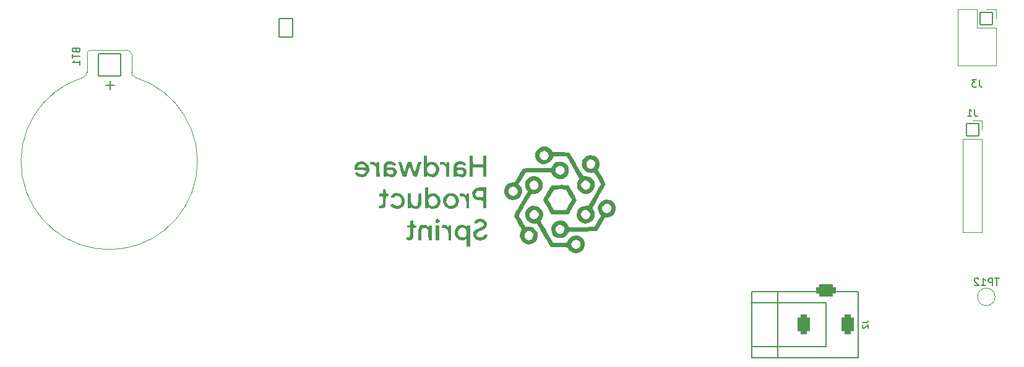
<source format=gbr>
%TF.GenerationSoftware,KiCad,Pcbnew,(6.0.5-0)*%
%TF.CreationDate,2022-07-21T14:42:38-04:00*%
%TF.ProjectId,Annahs_clock_hps,416e6e61-6873-45f6-936c-6f636b5f6870,rev?*%
%TF.SameCoordinates,PX4c4b400PY8a48640*%
%TF.FileFunction,Legend,Bot*%
%TF.FilePolarity,Positive*%
%FSLAX46Y46*%
G04 Gerber Fmt 4.6, Leading zero omitted, Abs format (unit mm)*
G04 Created by KiCad (PCBNEW (6.0.5-0)) date 2022-07-21 14:42:38*
%MOMM*%
%LPD*%
G01*
G04 APERTURE LIST*
G04 Aperture macros list*
%AMRoundRect*
0 Rectangle with rounded corners*
0 $1 Rounding radius*
0 $2 $3 $4 $5 $6 $7 $8 $9 X,Y pos of 4 corners*
0 Add a 4 corners polygon primitive as box body*
4,1,4,$2,$3,$4,$5,$6,$7,$8,$9,$2,$3,0*
0 Add four circle primitives for the rounded corners*
1,1,$1+$1,$2,$3*
1,1,$1+$1,$4,$5*
1,1,$1+$1,$6,$7*
1,1,$1+$1,$8,$9*
0 Add four rect primitives between the rounded corners*
20,1,$1+$1,$2,$3,$4,$5,0*
20,1,$1+$1,$4,$5,$6,$7,0*
20,1,$1+$1,$6,$7,$8,$9,0*
20,1,$1+$1,$8,$9,$2,$3,0*%
G04 Aperture macros list end*
%ADD10C,0.152400*%
%ADD11C,0.150000*%
%ADD12C,0.203200*%
%ADD13C,0.120000*%
%ADD14C,3.352400*%
%ADD15C,1.592400*%
%ADD16C,2.152400*%
%ADD17RoundRect,0.076200X-0.850000X-0.850000X0.850000X-0.850000X0.850000X0.850000X-0.850000X0.850000X0*%
%ADD18C,1.852400*%
%ADD19RoundRect,0.076200X0.800000X0.800000X-0.800000X0.800000X-0.800000X-0.800000X0.800000X-0.800000X0*%
%ADD20O,1.752400X1.752400*%
%ADD21RoundRect,0.076200X0.800000X-0.800000X0.800000X0.800000X-0.800000X0.800000X-0.800000X-0.800000X0*%
%ADD22RoundRect,0.076200X1.000000X1.000000X-1.000000X1.000000X-1.000000X-1.000000X1.000000X-1.000000X0*%
%ADD23RoundRect,0.076200X-0.800000X-0.800000X0.800000X-0.800000X0.800000X0.800000X-0.800000X0.800000X0*%
%ADD24C,3.152400*%
%ADD25O,1.952400X2.752400*%
%ADD26RoundRect,0.076200X-0.900000X-1.300000X0.900000X-1.300000X0.900000X1.300000X-0.900000X1.300000X0*%
%ADD27RoundRect,0.476200X-0.400000X0.900000X-0.400000X-0.900000X0.400000X-0.900000X0.400000X0.900000X0*%
%ADD28RoundRect,0.476200X-0.900000X0.400000X-0.900000X-0.400000X0.900000X-0.400000X0.900000X0.400000X0*%
%ADD29O,1.852400X1.852400*%
%ADD30RoundRect,0.076200X0.850000X0.850000X-0.850000X0.850000X-0.850000X-0.850000X0.850000X-0.850000X0*%
%ADD31RoundRect,0.076200X-1.500000X1.500000X-1.500000X-1.500000X1.500000X-1.500000X1.500000X1.500000X0*%
G04 APERTURE END LIST*
D10*
%TO.C,J2*%
X118286914Y8094000D02*
X118831200Y8094000D01*
X118940057Y8130286D01*
X119012628Y8202858D01*
X119048914Y8311715D01*
X119048914Y8384286D01*
X118359485Y7767429D02*
X118323200Y7731143D01*
X118286914Y7658572D01*
X118286914Y7477143D01*
X118323200Y7404572D01*
X118359485Y7368286D01*
X118432057Y7332000D01*
X118504628Y7332000D01*
X118613485Y7368286D01*
X119048914Y7803715D01*
X119048914Y7332000D01*
D11*
%TO.C,J1*%
X133693333Y37387620D02*
X133693333Y36673334D01*
X133740952Y36530477D01*
X133836190Y36435239D01*
X133979047Y36387620D01*
X134074285Y36387620D01*
X132693333Y36387620D02*
X133264761Y36387620D01*
X132979047Y36387620D02*
X132979047Y37387620D01*
X133074285Y37244762D01*
X133169523Y37149524D01*
X133264761Y37101905D01*
%TO.C,J3*%
X134323333Y41422620D02*
X134323333Y40708334D01*
X134370952Y40565477D01*
X134466190Y40470239D01*
X134609047Y40422620D01*
X134704285Y40422620D01*
X133942380Y41422620D02*
X133323333Y41422620D01*
X133656666Y41041667D01*
X133513809Y41041667D01*
X133418571Y40994048D01*
X133370952Y40946429D01*
X133323333Y40851191D01*
X133323333Y40613096D01*
X133370952Y40517858D01*
X133418571Y40470239D01*
X133513809Y40422620D01*
X133799523Y40422620D01*
X133894761Y40470239D01*
X133942380Y40517858D01*
%TO.C,TP12*%
X137003095Y14195620D02*
X136431666Y14195620D01*
X136717380Y13195620D02*
X136717380Y14195620D01*
X136098333Y13195620D02*
X136098333Y14195620D01*
X135717380Y14195620D01*
X135622142Y14148000D01*
X135574523Y14100381D01*
X135526904Y14005143D01*
X135526904Y13862286D01*
X135574523Y13767048D01*
X135622142Y13719429D01*
X135717380Y13671810D01*
X136098333Y13671810D01*
X134574523Y13195620D02*
X135145952Y13195620D01*
X134860238Y13195620D02*
X134860238Y14195620D01*
X134955476Y14052762D01*
X135050714Y13957524D01*
X135145952Y13909905D01*
X134193571Y14100381D02*
X134145952Y14148000D01*
X134050714Y14195620D01*
X133812619Y14195620D01*
X133717380Y14148000D01*
X133669761Y14100381D01*
X133622142Y14005143D01*
X133622142Y13909905D01*
X133669761Y13767048D01*
X134241190Y13195620D01*
X133622142Y13195620D01*
%TO.C,BT1*%
X10678571Y45435715D02*
X10726190Y45292858D01*
X10773809Y45245239D01*
X10869047Y45197620D01*
X11011904Y45197620D01*
X11107142Y45245239D01*
X11154761Y45292858D01*
X11202380Y45388096D01*
X11202380Y45769048D01*
X10202380Y45769048D01*
X10202380Y45435715D01*
X10250000Y45340477D01*
X10297619Y45292858D01*
X10392857Y45245239D01*
X10488095Y45245239D01*
X10583333Y45292858D01*
X10630952Y45340477D01*
X10678571Y45435715D01*
X10678571Y45769048D01*
X10202380Y44911905D02*
X10202380Y44340477D01*
X11202380Y44626191D02*
X10202380Y44626191D01*
X11202380Y43483334D02*
X11202380Y44054762D01*
X11202380Y43769048D02*
X10202380Y43769048D01*
X10345238Y43864286D01*
X10440476Y43959524D01*
X10488095Y44054762D01*
X15357142Y41221429D02*
X15357142Y40078572D01*
X15928571Y40650000D02*
X14785714Y40650000D01*
D12*
%TO.C,J2*%
X113294000Y10840000D02*
X103094000Y10840000D01*
X103194000Y3340000D02*
X103194000Y12340000D01*
X103194000Y12340000D02*
X117694000Y12340000D01*
X106694000Y12340000D02*
X106694000Y3340000D01*
X117694000Y3340000D02*
X103194000Y3340000D01*
X113294000Y4840000D02*
X113294000Y10840000D01*
X103194000Y4840000D02*
X113294000Y4840000D01*
X117694000Y12340000D02*
X117694000Y3340000D01*
D13*
%TO.C,J1*%
X134690000Y20480000D02*
X132030000Y20480000D01*
X134690000Y33240000D02*
X134690000Y20480000D01*
X132030000Y33240000D02*
X132030000Y20480000D01*
X134690000Y33240000D02*
X132030000Y33240000D01*
X134690000Y34510000D02*
X134690000Y35840000D01*
X134690000Y35840000D02*
X133360000Y35840000D01*
%TO.C,J3*%
X136595000Y51080000D02*
X135265000Y51080000D01*
X136595000Y49750000D02*
X136595000Y51080000D01*
X133995000Y51080000D02*
X131395000Y51080000D01*
X133995000Y48480000D02*
X133995000Y51080000D01*
X136595000Y48480000D02*
X133995000Y48480000D01*
X131395000Y51080000D02*
X131395000Y43340000D01*
X136595000Y48480000D02*
X136595000Y43340000D01*
X136595000Y43340000D02*
X131395000Y43340000D01*
%TO.C,G\u002A\u002A\u002A*%
G36*
X60399142Y19404697D02*
G01*
X59950152Y19404697D01*
X59950152Y21457222D01*
X60399142Y21457222D01*
X60399142Y19404697D01*
G37*
G36*
X61230013Y21494292D02*
G01*
X61442906Y21393081D01*
X61468811Y21372892D01*
X61601049Y21283440D01*
X61665194Y21280407D01*
X61681970Y21361010D01*
X61721627Y21428537D01*
X61874394Y21457222D01*
X62066818Y21457222D01*
X62066818Y19404697D01*
X61698785Y19404697D01*
X61668800Y20078914D01*
X61655079Y20343878D01*
X61634739Y20570397D01*
X61604413Y20721448D01*
X61557865Y20825933D01*
X61488858Y20912753D01*
X61437092Y20962774D01*
X61280879Y21048621D01*
X61061446Y21072374D01*
X60950846Y21073413D01*
X60834414Y21092116D01*
X60790662Y21156999D01*
X60783990Y21296869D01*
X60784351Y21351715D01*
X60801296Y21468660D01*
X60871283Y21513862D01*
X61031906Y21521364D01*
X61230013Y21494292D01*
G37*
G36*
X50814454Y28900056D02*
G01*
X50707215Y28598532D01*
X50513156Y28341496D01*
X50232727Y28154333D01*
X50120744Y28114904D01*
X49838922Y28071669D01*
X49550144Y28084660D01*
X49315527Y28153906D01*
X49314028Y28154689D01*
X49145648Y28268177D01*
X48983651Y28413850D01*
X48900654Y28510262D01*
X48869979Y28588550D01*
X48919509Y28643457D01*
X48920460Y28644057D01*
X49050236Y28697213D01*
X49189533Y28676969D01*
X49381303Y28577159D01*
X49431284Y28548418D01*
X49713214Y28454022D01*
X49974072Y28483455D01*
X50205591Y28636127D01*
X50237083Y28667948D01*
X50356221Y28803089D01*
X50399760Y28899499D01*
X50357171Y28964284D01*
X50217926Y29004553D01*
X49971494Y29027413D01*
X49607349Y29039970D01*
X48821616Y29057980D01*
X48801078Y29236886D01*
X48814592Y29440981D01*
X48817808Y29449154D01*
X49257625Y29449154D01*
X49305443Y29418842D01*
X49451882Y29388166D01*
X49659696Y29367291D01*
X49891644Y29357575D01*
X50110488Y29360376D01*
X50278986Y29377051D01*
X50359899Y29408960D01*
X50363585Y29435474D01*
X50314132Y29541338D01*
X50201785Y29676063D01*
X50187726Y29690045D01*
X50047585Y29808952D01*
X49917447Y29851387D01*
X49733191Y29839748D01*
X49567429Y29796031D01*
X49390920Y29697071D01*
X49277188Y29572851D01*
X49257625Y29449154D01*
X48817808Y29449154D01*
X48919344Y29707188D01*
X49098453Y29944968D01*
X49326783Y30112458D01*
X49378932Y30136801D01*
X49677740Y30229474D01*
X49958799Y30217494D01*
X50267243Y30100278D01*
X50366210Y30043306D01*
X50610752Y29817692D01*
X50766673Y29535023D01*
X50788129Y29435474D01*
X50834424Y29220682D01*
X50814454Y28900056D01*
G37*
G36*
X60178248Y22355181D02*
G01*
X60342970Y22300934D01*
X60444570Y22171071D01*
X60465025Y22008194D01*
X60386313Y21854899D01*
X60321840Y21812665D01*
X60174647Y21777929D01*
X60084779Y21789663D01*
X59939846Y21888251D01*
X59886010Y22066566D01*
X59897744Y22156434D01*
X59996332Y22301367D01*
X60174647Y22355202D01*
X60178248Y22355181D01*
G37*
G36*
X79187501Y24927266D02*
G01*
X79133440Y24794864D01*
X79030963Y24586168D01*
X78893441Y24324897D01*
X78734243Y24034767D01*
X78566737Y23739497D01*
X78404294Y23462805D01*
X78260283Y23228409D01*
X78148073Y23060026D01*
X78081034Y22981374D01*
X78018664Y22968814D01*
X77843945Y22956846D01*
X77581801Y22949092D01*
X77254637Y22946163D01*
X76884856Y22948672D01*
X75763753Y22964545D01*
X75325330Y23702172D01*
X75310677Y23726847D01*
X75133758Y24028116D01*
X74970022Y24312488D01*
X74837139Y24548967D01*
X74752779Y24706556D01*
X74631648Y24947465D01*
X75324170Y24947465D01*
X75329826Y24924825D01*
X75384946Y24806360D01*
X75485590Y24619065D01*
X75615470Y24390706D01*
X75758298Y24149052D01*
X75897789Y23921871D01*
X76017656Y23736929D01*
X76101611Y23621995D01*
X76154391Y23577061D01*
X76245554Y23542948D01*
X76393883Y23522431D01*
X76623058Y23512400D01*
X76956763Y23509748D01*
X77715714Y23509748D01*
X77865992Y23750278D01*
X77940149Y23869742D01*
X78129379Y24181635D01*
X78296461Y24466696D01*
X78429830Y24704501D01*
X78517921Y24874630D01*
X78549169Y24956660D01*
X78549111Y24957488D01*
X78515290Y25036178D01*
X78428231Y25200268D01*
X78300853Y25426236D01*
X78146077Y25690556D01*
X77744979Y26364040D01*
X76986587Y26382171D01*
X76828578Y26384967D01*
X76485364Y26381422D01*
X76253806Y26362470D01*
X76141813Y26328612D01*
X76089560Y26266347D01*
X75985499Y26113939D01*
X75852360Y25903384D01*
X75706534Y25662371D01*
X75564411Y25418585D01*
X75442382Y25199714D01*
X75356838Y25033445D01*
X75324170Y24947465D01*
X74631648Y24947465D01*
X74618651Y24973313D01*
X75149097Y25893172D01*
X75273212Y26105871D01*
X75448851Y26398103D01*
X75600662Y26640501D01*
X75715606Y26812419D01*
X75780642Y26893207D01*
X75817396Y26907616D01*
X75970094Y26931134D01*
X76209847Y26950082D01*
X76509884Y26964097D01*
X76843436Y26972816D01*
X77183732Y26975878D01*
X77504001Y26972919D01*
X77777474Y26963577D01*
X77977379Y26947490D01*
X78076947Y26924296D01*
X78098150Y26904085D01*
X78185239Y26785448D01*
X78312151Y26587169D01*
X78465517Y26332867D01*
X78631969Y26046163D01*
X78798136Y25750676D01*
X78950650Y25470026D01*
X79076140Y25227833D01*
X79161239Y25047716D01*
X79191459Y24956660D01*
X79192576Y24953295D01*
X79187501Y24927266D01*
G37*
G36*
X65030900Y30424865D02*
G01*
X65049394Y29827677D01*
X66423564Y29791315D01*
X66442034Y30386769D01*
X66460505Y30982222D01*
X66845354Y30982222D01*
X66862616Y29555076D01*
X66879879Y28127929D01*
X66428434Y28127929D01*
X66428434Y29346616D01*
X65017323Y29346616D01*
X65017323Y28127929D01*
X64565879Y28127929D01*
X64583142Y29555076D01*
X64600404Y30982222D01*
X64806405Y31002138D01*
X65012407Y31022054D01*
X65030900Y30424865D01*
G37*
G36*
X57743520Y30180455D02*
G01*
X57767429Y30180197D01*
X57905435Y30166241D01*
X57961768Y30137546D01*
X57959451Y30126259D01*
X57929153Y30020989D01*
X57869956Y29827263D01*
X57789755Y29570025D01*
X57696443Y29274218D01*
X57597913Y28964789D01*
X57502060Y28666680D01*
X57416777Y28404837D01*
X57349958Y28204203D01*
X57269615Y28147495D01*
X57081864Y28140062D01*
X56842343Y28160000D01*
X56625093Y28855083D01*
X56540860Y29109079D01*
X56459092Y29324590D01*
X56394757Y29461087D01*
X56357078Y29496497D01*
X56330271Y29444757D01*
X56270590Y29289282D01*
X56192198Y29060150D01*
X56105024Y28785379D01*
X55903734Y28127929D01*
X55418410Y28127929D01*
X55117764Y29074015D01*
X55061155Y29253713D01*
X54964689Y29567934D01*
X54887489Y29829964D01*
X54836328Y30016525D01*
X54817978Y30104342D01*
X54863819Y30160418D01*
X55022358Y30168483D01*
X55032737Y30167471D01*
X55111723Y30157329D01*
X55172947Y30132449D01*
X55225415Y30074780D01*
X55278131Y29966269D01*
X55340100Y29788864D01*
X55420325Y29524513D01*
X55527812Y29155165D01*
X55667081Y28675077D01*
X55884708Y29370289D01*
X55963982Y29619895D01*
X56044415Y29864985D01*
X56105415Y30041725D01*
X56137857Y30122978D01*
X56140162Y30126181D01*
X56229570Y30164619D01*
X56384529Y30180455D01*
X56595679Y30180455D01*
X56813008Y29474899D01*
X56896294Y29213492D01*
X56975549Y28982951D01*
X57036052Y28826797D01*
X57068981Y28769343D01*
X57083186Y28780538D01*
X57131337Y28877617D01*
X57187122Y29041944D01*
X57294672Y29411253D01*
X57384303Y29713620D01*
X57452088Y29924523D01*
X57506031Y30060344D01*
X57554140Y30137466D01*
X57604421Y30172270D01*
X57664879Y30181139D01*
X57743520Y30180455D01*
G37*
G36*
X66171182Y22322710D02*
G01*
X66367330Y22313491D01*
X66496397Y22280576D01*
X66600561Y22208936D01*
X66721999Y22083543D01*
X66857078Y21916106D01*
X66924806Y21755337D01*
X66941566Y21548040D01*
X66941027Y21515411D01*
X66892601Y21275296D01*
X66756218Y21077622D01*
X66518438Y20908642D01*
X66165822Y20754611D01*
X65937963Y20658021D01*
X65689742Y20511355D01*
X65525622Y20359397D01*
X65466313Y20218030D01*
X65466418Y20214295D01*
X65507132Y20101057D01*
X65599251Y19958549D01*
X65674757Y19876748D01*
X65808588Y19807490D01*
X66011173Y19789545D01*
X66063864Y19790147D01*
X66229134Y19811991D01*
X66357632Y19885457D01*
X66503613Y20037910D01*
X66511434Y20046983D01*
X66650595Y20191240D01*
X66754021Y20247666D01*
X66854826Y20234829D01*
X66944636Y20191965D01*
X67030131Y20122625D01*
X67037077Y20056550D01*
X66973877Y19919509D01*
X66846122Y19759190D01*
X66678202Y19604633D01*
X66494503Y19484874D01*
X66405565Y19444033D01*
X66188605Y19369925D01*
X66011515Y19340556D01*
X65816321Y19366971D01*
X65534774Y19480582D01*
X65288136Y19658385D01*
X65122956Y19872511D01*
X65107051Y19906600D01*
X65034337Y20203452D01*
X65084957Y20479916D01*
X65255143Y20730190D01*
X65541124Y20948472D01*
X65939133Y21128960D01*
X65994385Y21148936D01*
X66294271Y21284473D01*
X66470707Y21424981D01*
X66527900Y21575304D01*
X66470055Y21740285D01*
X66465105Y21747618D01*
X66317254Y21872691D01*
X66117900Y21935460D01*
X65907777Y21935613D01*
X65727619Y21872838D01*
X65618161Y21746821D01*
X65546536Y21669325D01*
X65406035Y21660845D01*
X65238042Y21742469D01*
X65176899Y21794612D01*
X65162646Y21851869D01*
X65218439Y21936328D01*
X65355135Y22079211D01*
X65417271Y22141199D01*
X65536193Y22243861D01*
X65652030Y22298152D01*
X65808566Y22319450D01*
X66049584Y22323131D01*
X66171182Y22322710D01*
G37*
G36*
X58530133Y21494629D02*
G01*
X58748967Y21393081D01*
X58774871Y21372892D01*
X58907110Y21283440D01*
X58971254Y21280407D01*
X58988030Y21361010D01*
X59027688Y21428537D01*
X59180455Y21457222D01*
X59372879Y21457222D01*
X59372879Y19396569D01*
X59164419Y19416668D01*
X58955960Y19436768D01*
X58923889Y20164258D01*
X58919221Y20267358D01*
X58902964Y20554476D01*
X58882561Y20746741D01*
X58852403Y20870124D01*
X58806883Y20950597D01*
X58740394Y21014131D01*
X58566291Y21106783D01*
X58331172Y21128061D01*
X58118345Y21045686D01*
X58116884Y21044614D01*
X58062602Y20988857D01*
X58024326Y20899856D01*
X57997680Y20753854D01*
X57978286Y20527091D01*
X57961768Y20195812D01*
X57929697Y19436768D01*
X57544849Y19436768D01*
X57524991Y20110253D01*
X57521170Y20406766D01*
X57539557Y20774808D01*
X57591250Y21048610D01*
X57680512Y21247209D01*
X57811608Y21389640D01*
X57993881Y21481819D01*
X58260151Y21524141D01*
X58530133Y21494629D01*
G37*
G36*
X60973448Y30153383D02*
G01*
X61186341Y30052172D01*
X61250976Y30002080D01*
X61355920Y29936650D01*
X61409592Y29954821D01*
X61445316Y30057246D01*
X61499098Y30150047D01*
X61629186Y30169493D01*
X61676417Y30160751D01*
X61719313Y30136344D01*
X61748907Y30078929D01*
X61768278Y29969454D01*
X61780506Y29788868D01*
X61788669Y29518120D01*
X61795846Y29138157D01*
X61813510Y28127929D01*
X61361263Y28127929D01*
X61361263Y28773560D01*
X61358972Y28951875D01*
X61346586Y29217849D01*
X61325871Y29423338D01*
X61299573Y29534460D01*
X61260087Y29588710D01*
X61096867Y29703369D01*
X60887265Y29771071D01*
X60689023Y29769579D01*
X60684931Y29768557D01*
X60579253Y29754629D01*
X60535838Y29806277D01*
X60527424Y29954738D01*
X60527789Y30010471D01*
X60544739Y30127728D01*
X60614723Y30172979D01*
X60775340Y30180455D01*
X60973448Y30153383D01*
G37*
G36*
X51412607Y30154413D02*
G01*
X51631847Y30050145D01*
X51797509Y29919835D01*
X51869332Y30054037D01*
X51933776Y30132202D01*
X52081133Y30168312D01*
X52119053Y30161061D01*
X52161335Y30136891D01*
X52190804Y30079558D01*
X52210372Y29970039D01*
X52222950Y29789313D01*
X52231447Y29518360D01*
X52238775Y29138157D01*
X52256439Y28127929D01*
X51804192Y28127929D01*
X51804192Y28774277D01*
X51804072Y28901032D01*
X51800358Y29154552D01*
X51786083Y29322186D01*
X51754136Y29434559D01*
X51697409Y29522297D01*
X51608792Y29616025D01*
X51483571Y29727309D01*
X51353989Y29783204D01*
X51191873Y29775478D01*
X51158247Y29770098D01*
X51027978Y29761289D01*
X50978289Y29813807D01*
X50970354Y29959992D01*
X50970701Y30011898D01*
X50987630Y30127817D01*
X51057628Y30172864D01*
X51218269Y30180455D01*
X51412607Y30154413D01*
G37*
G36*
X57961528Y25037170D02*
G01*
X57958639Y24690662D01*
X57947856Y24444644D01*
X57925650Y24271947D01*
X57888488Y24145116D01*
X57832840Y24036697D01*
X57817100Y24012064D01*
X57689360Y23860743D01*
X57560479Y23768162D01*
X57433485Y23729024D01*
X57112795Y23720622D01*
X56790470Y23830455D01*
X56642281Y23907860D01*
X56537406Y23949506D01*
X56494653Y23933427D01*
X56486515Y23862525D01*
X56446858Y23794998D01*
X56294091Y23766313D01*
X56101667Y23766313D01*
X56101667Y25818838D01*
X56550657Y25818838D01*
X56550657Y25140420D01*
X56550883Y24975180D01*
X56555081Y24724921D01*
X56569561Y24559034D01*
X56600667Y24448209D01*
X56654747Y24363138D01*
X56738147Y24274511D01*
X56929192Y24134682D01*
X57146638Y24093513D01*
X57356200Y24177849D01*
X57357662Y24178922D01*
X57411944Y24234678D01*
X57450220Y24323679D01*
X57476866Y24469682D01*
X57496260Y24696444D01*
X57512778Y25027723D01*
X57544849Y25786768D01*
X57753308Y25806867D01*
X57961768Y25826966D01*
X57961528Y25037170D01*
G37*
G36*
X82085256Y20817960D02*
G01*
X82022980Y20727550D01*
X82018182Y20722195D01*
X81976670Y20693002D01*
X81904763Y20670098D01*
X81788475Y20652745D01*
X81613825Y20640204D01*
X81366829Y20631737D01*
X81033504Y20626604D01*
X80599867Y20624066D01*
X80051935Y20623384D01*
X78168920Y20623384D01*
X78046159Y20382854D01*
X77942069Y20205043D01*
X77756531Y20001581D01*
X77492828Y19832212D01*
X77490836Y19831166D01*
X77260127Y19759083D01*
X76966238Y19731496D01*
X76666039Y19749381D01*
X76416400Y19813716D01*
X76199871Y19935669D01*
X75945054Y20193714D01*
X75784671Y20526715D01*
X75728940Y20918256D01*
X75735775Y20987595D01*
X76306862Y20987595D01*
X76332487Y20739383D01*
X76482601Y20502296D01*
X76687285Y20338225D01*
X76924897Y20275841D01*
X77187608Y20335487D01*
X77294834Y20397874D01*
X77463177Y20581609D01*
X77560709Y20810591D01*
X77563014Y21039059D01*
X77550065Y21084237D01*
X77417059Y21317534D01*
X77214391Y21467563D01*
X76972589Y21525907D01*
X76722183Y21484150D01*
X76493703Y21333873D01*
X76405485Y21228929D01*
X76306862Y20987595D01*
X75735775Y20987595D01*
X75757778Y21210796D01*
X75889047Y21539726D01*
X76135462Y21824338D01*
X76153894Y21840214D01*
X76478080Y22038068D01*
X76830661Y22124626D01*
X77187413Y22104618D01*
X77524111Y21982772D01*
X77816532Y21763816D01*
X78040450Y21452479D01*
X78169969Y21198602D01*
X79910872Y21215664D01*
X81651775Y21232727D01*
X82100801Y21993933D01*
X82125362Y22035633D01*
X82300876Y22340096D01*
X82415833Y22556708D01*
X82478038Y22703510D01*
X82495295Y22798541D01*
X82475409Y22859842D01*
X82364602Y23030034D01*
X82184638Y23430014D01*
X82124190Y23812254D01*
X82133359Y23868216D01*
X82719947Y23868216D01*
X82726346Y23617265D01*
X82834347Y23391262D01*
X83039777Y23221775D01*
X83122897Y23183814D01*
X83394278Y23135812D01*
X83643150Y23213761D01*
X83866040Y23416841D01*
X83866264Y23417126D01*
X83982922Y23646430D01*
X83992029Y23872432D01*
X83913581Y24078366D01*
X83767572Y24247467D01*
X83573998Y24362970D01*
X83352855Y24408109D01*
X83124138Y24366120D01*
X82907844Y24220237D01*
X82819319Y24112544D01*
X82719947Y23868216D01*
X82133359Y23868216D01*
X82182405Y24167551D01*
X82358430Y24486702D01*
X82651415Y24760505D01*
X82769252Y24838711D01*
X82924930Y24911771D01*
X83102914Y24945041D01*
X83355957Y24952929D01*
X83442028Y24952241D01*
X83680548Y24935643D01*
X83854744Y24888192D01*
X84013666Y24798360D01*
X84204929Y24641230D01*
X84433469Y24340422D01*
X84558308Y24002280D01*
X84564873Y23872432D01*
X84576152Y23649363D01*
X84483711Y23304225D01*
X84277691Y22989425D01*
X84105645Y22811988D01*
X83922028Y22675471D01*
X83716037Y22598117D01*
X83437022Y22553671D01*
X83092188Y22515556D01*
X82601599Y21673636D01*
X82518824Y21532236D01*
X82346885Y21242715D01*
X82223237Y21039059D01*
X82197793Y20997152D01*
X82085256Y20817960D01*
G37*
G36*
X62959122Y24228296D02*
G01*
X62749047Y23957420D01*
X62451634Y23774232D01*
X62156571Y23705849D01*
X61807045Y23731277D01*
X61481302Y23859403D01*
X61215637Y24081215D01*
X61072447Y24291965D01*
X60959363Y24615384D01*
X60957661Y24677566D01*
X61387869Y24677566D01*
X61486206Y24422164D01*
X61501390Y24399110D01*
X61638235Y24245744D01*
X61782387Y24149563D01*
X61961687Y24097960D01*
X62152551Y24109141D01*
X62364877Y24210579D01*
X62425525Y24252611D01*
X62600932Y24463591D01*
X62678917Y24727946D01*
X62646651Y25009315D01*
X62545045Y25223266D01*
X62356211Y25395608D01*
X62080895Y25478721D01*
X61856308Y25465657D01*
X61639451Y25356110D01*
X61479252Y25170763D01*
X61390471Y24935841D01*
X61387869Y24677566D01*
X60957661Y24677566D01*
X60950479Y24939966D01*
X61035593Y25245375D01*
X61204507Y25511272D01*
X61447019Y25717320D01*
X61752931Y25843182D01*
X62112041Y25868519D01*
X62287691Y25842265D01*
X62622708Y25710154D01*
X62876319Y25486102D01*
X63036964Y25182559D01*
X63093081Y24811976D01*
X63086231Y24727946D01*
X63073646Y24573574D01*
X62959122Y24228296D01*
G37*
G36*
X81517110Y26315787D02*
G01*
X81266528Y26030036D01*
X80915083Y25819860D01*
X80899937Y25813751D01*
X80645213Y25765816D01*
X80338390Y25779852D01*
X80031585Y25849125D01*
X79776916Y25966901D01*
X79515100Y26207196D01*
X79335692Y26521824D01*
X79255932Y26875962D01*
X79265186Y27006617D01*
X79834975Y27006617D01*
X79879899Y26780712D01*
X80052071Y26550051D01*
X80094577Y26509031D01*
X80285897Y26372936D01*
X80475404Y26331970D01*
X80515590Y26333550D01*
X80702357Y26392226D01*
X80898737Y26550051D01*
X81012114Y26682085D01*
X81112005Y26908990D01*
X81084841Y27136025D01*
X80930958Y27371798D01*
X80822858Y27479801D01*
X80675147Y27559919D01*
X80475404Y27579812D01*
X80327383Y27570865D01*
X80171046Y27512150D01*
X80019850Y27371798D01*
X79916961Y27236373D01*
X79834975Y27006617D01*
X79265186Y27006617D01*
X79281866Y27242101D01*
X79419541Y27592729D01*
X79436764Y27622369D01*
X79522460Y27792024D01*
X79542662Y27908293D01*
X79506440Y28015283D01*
X79475676Y28070754D01*
X79383221Y28232352D01*
X79242622Y28475470D01*
X79063802Y28783014D01*
X78856684Y29137891D01*
X78631191Y29523005D01*
X77831868Y30886010D01*
X76045088Y30886010D01*
X75926450Y30613409D01*
X75926016Y30612413D01*
X75721850Y30284375D01*
X75438940Y30025866D01*
X75105414Y29856428D01*
X74749402Y29795606D01*
X74489633Y29836675D01*
X74178532Y29971997D01*
X73898621Y30176570D01*
X73693774Y30424265D01*
X73609529Y30603523D01*
X73531573Y30929427D01*
X73531167Y31122510D01*
X74126308Y31122510D01*
X74151783Y30873091D01*
X74301793Y30632746D01*
X74467518Y30493223D01*
X74715563Y30406784D01*
X74973480Y30445461D01*
X75229270Y30609557D01*
X75327155Y30745009D01*
X75380807Y30972088D01*
X75355381Y31216664D01*
X75256824Y31436576D01*
X75091078Y31589664D01*
X75070682Y31600058D01*
X74809801Y31661315D01*
X74542033Y31615000D01*
X74312894Y31468217D01*
X74225140Y31363934D01*
X74126308Y31122510D01*
X73531167Y31122510D01*
X73530889Y31254457D01*
X73611055Y31530758D01*
X73617951Y31543953D01*
X73862321Y31877814D01*
X74185587Y32120407D01*
X74567044Y32256024D01*
X74699628Y32270238D01*
X75029402Y32229530D01*
X75353588Y32100342D01*
X75632603Y31901641D01*
X75826866Y31652391D01*
X75924658Y31463283D01*
X77040830Y31463283D01*
X77119522Y31463279D01*
X77501970Y31462526D01*
X77779182Y31458724D01*
X77970794Y31449381D01*
X78096438Y31432003D01*
X78175749Y31404099D01*
X78228360Y31363174D01*
X78273905Y31306738D01*
X78330089Y31221157D01*
X78443560Y31036753D01*
X78482453Y30972088D01*
X78602177Y30773030D01*
X78796078Y30446505D01*
X79015402Y30073700D01*
X79250286Y29671132D01*
X80109765Y28192071D01*
X80422927Y28192071D01*
X80482823Y28191050D01*
X80888488Y28123067D01*
X81223844Y27956383D01*
X81477495Y27701923D01*
X81638043Y27370615D01*
X81694091Y26973384D01*
X81687025Y26908990D01*
X81660565Y26667840D01*
X81517110Y26315787D01*
G37*
G36*
X66428434Y23766313D02*
G01*
X66428434Y24838111D01*
X65976638Y24875988D01*
X65743199Y24905433D01*
X65400987Y25005283D01*
X65152996Y25171384D01*
X64985061Y25411383D01*
X64954267Y25484781D01*
X64904380Y25789697D01*
X64913402Y25830524D01*
X65356965Y25830524D01*
X65364854Y25647445D01*
X65495468Y25463145D01*
X65536467Y25424475D01*
X65652420Y25349775D01*
X65805393Y25314545D01*
X66040670Y25305707D01*
X66428434Y25305707D01*
X66428434Y26203687D01*
X66016171Y26203687D01*
X65817720Y26200077D01*
X65660581Y26179056D01*
X65558381Y26128074D01*
X65470969Y26034683D01*
X65470853Y26034536D01*
X65356965Y25830524D01*
X64913402Y25830524D01*
X64969418Y26084011D01*
X65139997Y26342597D01*
X65406731Y26540330D01*
X65477548Y26571751D01*
X65658127Y26619264D01*
X65906306Y26644880D01*
X66252046Y26652577D01*
X66877424Y26652677D01*
X66877424Y23766313D01*
X66428434Y23766313D01*
G37*
G36*
X64183485Y18570859D02*
G01*
X64183485Y19665103D01*
X63992917Y19524210D01*
X63989970Y19522043D01*
X63722306Y19399588D01*
X63426106Y19383176D01*
X63130864Y19464719D01*
X62866070Y19636134D01*
X62661217Y19889332D01*
X62642542Y19923997D01*
X62541196Y20238577D01*
X62533821Y20484879D01*
X62959123Y20484879D01*
X62996160Y20227137D01*
X63130853Y19986891D01*
X63232848Y19880852D01*
X63373052Y19807576D01*
X63574142Y19789545D01*
X63737237Y19799592D01*
X63884995Y19857876D01*
X64024330Y19995091D01*
X64047476Y20023034D01*
X64141397Y20164083D01*
X64175640Y20309771D01*
X64166551Y20520484D01*
X64141541Y20670627D01*
X64026047Y20924651D01*
X63831734Y21082348D01*
X63565631Y21136515D01*
X63329114Y21085876D01*
X63136084Y20941970D01*
X63009259Y20732398D01*
X62959123Y20484879D01*
X62533821Y20484879D01*
X62531081Y20576389D01*
X62605094Y20903661D01*
X62756136Y21186627D01*
X62977104Y21391516D01*
X63068586Y21438767D01*
X63371676Y21513965D01*
X63691838Y21499012D01*
X63975025Y21393784D01*
X64088371Y21329661D01*
X64164097Y21311120D01*
X64183485Y21361953D01*
X64183740Y21368781D01*
X64241239Y21435990D01*
X64407980Y21457222D01*
X64632475Y21457222D01*
X64632475Y18570859D01*
X64183485Y18570859D01*
G37*
G36*
X80234525Y18371848D02*
G01*
X80052845Y18072001D01*
X79795011Y17831136D01*
X79469348Y17673960D01*
X79289542Y17630410D01*
X79057443Y17622233D01*
X78787152Y17677505D01*
X78696411Y17710619D01*
X78482797Y17830851D01*
X78270544Y17993451D01*
X78098215Y18166801D01*
X78004376Y18319282D01*
X77989797Y18353426D01*
X77952623Y18388812D01*
X77878720Y18413380D01*
X77749779Y18429086D01*
X77547488Y18437883D01*
X77253539Y18441729D01*
X76849621Y18442576D01*
X76496094Y18444330D01*
X76137973Y18452333D01*
X75887151Y18467540D01*
X75731813Y18490748D01*
X75660140Y18522753D01*
X75658027Y18525217D01*
X75601623Y18609201D01*
X75490347Y18787457D01*
X75410832Y18917834D01*
X78486505Y18917834D01*
X78518239Y18669381D01*
X78674511Y18437642D01*
X78690024Y18422567D01*
X78912818Y18282366D01*
X79148621Y18245452D01*
X79374014Y18296969D01*
X79565581Y18422058D01*
X79699902Y18605865D01*
X79753559Y18833533D01*
X79703133Y19090204D01*
X79574510Y19290820D01*
X79366627Y19437176D01*
X79124679Y19488370D01*
X78880416Y19438538D01*
X78665587Y19281816D01*
X78579464Y19168325D01*
X78486505Y18917834D01*
X75410832Y18917834D01*
X75333312Y19044940D01*
X75139635Y19366608D01*
X74918430Y19737417D01*
X74678812Y20142323D01*
X73771341Y21681717D01*
X73387135Y21715778D01*
X73385390Y21715934D01*
X72960350Y21805080D01*
X72616477Y21985705D01*
X72361710Y22251892D01*
X72203984Y22597724D01*
X72181784Y22680323D01*
X72144546Y22876021D01*
X72146896Y22930515D01*
X72778434Y22930515D01*
X72793110Y22766229D01*
X72892757Y22546576D01*
X73097858Y22387937D01*
X73299544Y22314478D01*
X73556543Y22320102D01*
X73778034Y22445859D01*
X73951939Y22687513D01*
X73955950Y22695721D01*
X74023609Y22859648D01*
X74028228Y22986895D01*
X73973027Y23147772D01*
X73923415Y23246157D01*
X73738763Y23445055D01*
X73497903Y23538926D01*
X73224090Y23516327D01*
X73000231Y23402466D01*
X72836266Y23197985D01*
X72778434Y22930515D01*
X72146896Y22930515D01*
X72151946Y23047589D01*
X72203984Y23267225D01*
X72283640Y23478415D01*
X72484599Y23767961D01*
X72751200Y23975200D01*
X73061799Y24098763D01*
X73394756Y24137281D01*
X73728427Y24089387D01*
X74041170Y23953710D01*
X74311344Y23728883D01*
X74517305Y23413535D01*
X74599893Y23158262D01*
X74611325Y22986895D01*
X74622820Y22814593D01*
X74556569Y22488963D01*
X74404958Y22221869D01*
X74357203Y22151105D01*
X74318638Y22029444D01*
X74344802Y21963050D01*
X74428634Y21798810D01*
X74561724Y21554258D01*
X74735400Y21245032D01*
X74940987Y20886767D01*
X75169811Y20495101D01*
X76020174Y19051919D01*
X76924526Y19034174D01*
X77828879Y19016428D01*
X78002355Y19371002D01*
X78126590Y19581898D01*
X78393180Y19855801D01*
X78727499Y20020828D01*
X79128056Y20076044D01*
X79195242Y20074777D01*
X79541876Y20014688D01*
X79838125Y19854471D01*
X80111804Y19580101D01*
X80239364Y19378232D01*
X80336111Y19049669D01*
X80333351Y18833533D01*
X80331722Y18705973D01*
X80234525Y18371848D01*
G37*
G36*
X60510363Y24318487D02*
G01*
X60343932Y24029405D01*
X60079435Y23821096D01*
X59953023Y23765631D01*
X59664197Y23706917D01*
X59385807Y23728679D01*
X59162952Y23830455D01*
X59132990Y23853771D01*
X59002823Y23941051D01*
X58940123Y23941795D01*
X58923889Y23858461D01*
X58921978Y23836315D01*
X58866509Y23781165D01*
X58715429Y23778285D01*
X58506970Y23798384D01*
X58506970Y24839659D01*
X58927448Y24839659D01*
X58950180Y24576408D01*
X59060914Y24343968D01*
X59253898Y24178422D01*
X59497042Y24095597D01*
X59735155Y24122675D01*
X59955086Y24274511D01*
X60065826Y24404275D01*
X60126808Y24555905D01*
X60141150Y24771606D01*
X60140180Y24811957D01*
X60080364Y25098881D01*
X59944033Y25312191D01*
X59753809Y25442018D01*
X59532311Y25478496D01*
X59302160Y25411756D01*
X59085976Y25231929D01*
X58998469Y25097636D01*
X58927448Y24839659D01*
X58506970Y24839659D01*
X58506970Y26620606D01*
X58715429Y26640705D01*
X58923889Y26660805D01*
X58923889Y25566139D01*
X59164419Y25730387D01*
X59286042Y25805618D01*
X59466947Y25866955D01*
X59684878Y25863790D01*
X59760785Y25853081D01*
X60090064Y25738373D01*
X60339928Y25526252D01*
X60503808Y25224273D01*
X60575135Y24839991D01*
X60575771Y24771606D01*
X60576586Y24683937D01*
X60510363Y24318487D01*
G37*
G36*
X71608335Y25555503D02*
G01*
X71399351Y25271763D01*
X71099964Y25058489D01*
X70835859Y24962398D01*
X70455404Y24929367D01*
X70085872Y25008655D01*
X69753179Y25193547D01*
X69483243Y25477330D01*
X69397039Y25624824D01*
X69298990Y25955739D01*
X69303264Y26170229D01*
X69881294Y26170229D01*
X69925066Y25917521D01*
X70079561Y25685622D01*
X70201441Y25588701D01*
X70447624Y25500448D01*
X70700424Y25520238D01*
X70929185Y25642765D01*
X71103251Y25862728D01*
X71145780Y25969663D01*
X71160969Y26211158D01*
X71079459Y26431358D01*
X70923051Y26609791D01*
X70713548Y26725984D01*
X70472754Y26759465D01*
X70222471Y26689760D01*
X70108517Y26615809D01*
X69943894Y26413181D01*
X69881294Y26170229D01*
X69303264Y26170229D01*
X69305745Y26294717D01*
X69405647Y26620263D01*
X69587035Y26910883D01*
X69838249Y27145080D01*
X70147631Y27301362D01*
X70503520Y27358232D01*
X70774085Y27358232D01*
X71272924Y28229356D01*
X71368995Y28395895D01*
X71540228Y28686582D01*
X71688466Y28930536D01*
X71728837Y28993838D01*
X76306212Y28993838D01*
X76306583Y28968277D01*
X76352464Y28759965D01*
X76493703Y28571985D01*
X76509451Y28556692D01*
X76731873Y28416998D01*
X76967530Y28380243D01*
X77192964Y28431615D01*
X77384717Y28556302D01*
X77519334Y28739492D01*
X77573355Y28966373D01*
X77523325Y29222133D01*
X77415141Y29405834D01*
X77210765Y29554689D01*
X76928421Y29603182D01*
X76749233Y29576712D01*
X76521418Y29451802D01*
X76364590Y29248546D01*
X76306212Y28993838D01*
X71728837Y28993838D01*
X71800410Y29106065D01*
X71862762Y29191477D01*
X71879200Y29204117D01*
X71944652Y29228518D01*
X72059876Y29247513D01*
X72237956Y29261704D01*
X72491974Y29271694D01*
X72835014Y29278085D01*
X73280157Y29281478D01*
X73840489Y29282475D01*
X75727218Y29282475D01*
X75816391Y29490934D01*
X75969693Y29736676D01*
X76200367Y29963138D01*
X76454706Y30112233D01*
X76592191Y30152890D01*
X76936346Y30181710D01*
X77290160Y30129300D01*
X77611741Y30004492D01*
X77859195Y29816119D01*
X77947687Y29703945D01*
X78101212Y29378825D01*
X78153381Y29020826D01*
X78146306Y28966373D01*
X78106465Y28659749D01*
X77962734Y28325395D01*
X77724459Y28047564D01*
X77705040Y28031758D01*
X77469102Y27888749D01*
X77194933Y27784277D01*
X76947626Y27743796D01*
X76856810Y27749266D01*
X76544844Y27835765D01*
X76240345Y28006819D01*
X75983561Y28235715D01*
X75814737Y28495740D01*
X75727218Y28705202D01*
X72230740Y28705202D01*
X71761383Y27897470D01*
X71292026Y27089739D01*
X71418384Y26951385D01*
X71457954Y26905970D01*
X71651725Y26584944D01*
X71738636Y26236553D01*
X71737491Y26211158D01*
X71722801Y25885253D01*
X71608335Y25555503D01*
G37*
G36*
X56819931Y22075158D02*
G01*
X56862201Y21983605D01*
X56883885Y21793965D01*
X56890851Y21700300D01*
X56916173Y21558576D01*
X56971911Y21493504D01*
X57079823Y21468997D01*
X57104831Y21465683D01*
X57223907Y21416502D01*
X57256212Y21300626D01*
X57255118Y21272274D01*
X57206883Y21168548D01*
X57063788Y21114066D01*
X56871364Y21075581D01*
X56869324Y20416528D01*
X56869095Y20365565D01*
X56861209Y20045001D01*
X56836714Y19822619D01*
X56787526Y19672015D01*
X56705558Y19566785D01*
X56582727Y19480524D01*
X56560835Y19469529D01*
X56397365Y19429218D01*
X56197879Y19421038D01*
X56153024Y19424023D01*
X56009261Y19447625D01*
X55945261Y19511219D01*
X55921044Y19647512D01*
X55915534Y19786470D01*
X55954788Y19834036D01*
X56066195Y19816738D01*
X56075455Y19814462D01*
X56221482Y19799566D01*
X56321261Y19848190D01*
X56382719Y19976319D01*
X56413781Y20199936D01*
X56422374Y20535026D01*
X56422374Y21136515D01*
X56197879Y21136515D01*
X56065635Y21144035D01*
X55990157Y21188428D01*
X55973384Y21296869D01*
X55983911Y21391329D01*
X56046062Y21445242D01*
X56197879Y21457222D01*
X56291537Y21458689D01*
X56382990Y21482730D01*
X56417219Y21564389D01*
X56422374Y21738996D01*
X56423686Y21805047D01*
X56458503Y21985236D01*
X56557887Y22074557D01*
X56744813Y22098636D01*
X56819931Y22075158D01*
G37*
G36*
X54797912Y25865874D02*
G01*
X54859370Y25857274D01*
X55190330Y25743524D01*
X55449901Y25535164D01*
X55627064Y25248942D01*
X55710802Y24901602D01*
X55690096Y24509890D01*
X55678635Y24460086D01*
X55554702Y24193486D01*
X55352368Y23954816D01*
X55110655Y23792393D01*
X54910157Y23727564D01*
X54551321Y23708765D01*
X54205570Y23803766D01*
X53904823Y24006889D01*
X53817826Y24094198D01*
X53742008Y24206042D01*
X53769046Y24281903D01*
X53898464Y24347265D01*
X53936571Y24360747D01*
X54074673Y24371616D01*
X54203135Y24286290D01*
X54295936Y24213854D01*
X54538000Y24118653D01*
X54788001Y24123202D01*
X55011645Y24223007D01*
X55174641Y24413577D01*
X55267185Y24689691D01*
X55262195Y24968623D01*
X55160924Y25208968D01*
X54973829Y25386707D01*
X54711367Y25477818D01*
X54544777Y25490114D01*
X54408610Y25454863D01*
X54277550Y25347523D01*
X54192775Y25270193D01*
X54079271Y25217170D01*
X53951967Y25241932D01*
X53894295Y25267979D01*
X53804512Y25363899D01*
X53836276Y25490878D01*
X53989944Y25652802D01*
X54018262Y25676127D01*
X54242972Y25817071D01*
X54486867Y25876104D01*
X54797912Y25865874D01*
G37*
G36*
X81629931Y22613440D02*
G01*
X81482587Y22298222D01*
X81256176Y22029623D01*
X80959118Y21834352D01*
X80748728Y21759629D01*
X80386415Y21721828D01*
X80044865Y21789239D01*
X79741752Y21947557D01*
X79494752Y22182477D01*
X79321539Y22479692D01*
X79239788Y22824899D01*
X79249202Y22955160D01*
X79822896Y22955160D01*
X79854443Y22728671D01*
X79975228Y22528200D01*
X80189871Y22381843D01*
X80214560Y22371756D01*
X80378475Y22315294D01*
X80489379Y22293629D01*
X80515287Y22295790D01*
X80701894Y22366047D01*
X80888450Y22507237D01*
X81023868Y22682217D01*
X81055927Y22755822D01*
X81086462Y23002268D01*
X81015018Y23231427D01*
X80860957Y23417031D01*
X80643639Y23532811D01*
X80382426Y23552499D01*
X80217464Y23509791D01*
X80009027Y23373815D01*
X79875964Y23179574D01*
X79822896Y22955160D01*
X79249202Y22955160D01*
X79267172Y23203790D01*
X79307741Y23345493D01*
X79487042Y23676701D01*
X79757181Y23929500D01*
X80102534Y24091943D01*
X80507475Y24152085D01*
X80828182Y24155826D01*
X81629950Y25540438D01*
X81799902Y25834327D01*
X82009062Y26197149D01*
X82191426Y26514773D01*
X82337587Y26770763D01*
X82438141Y26948688D01*
X82483682Y27032111D01*
X82487450Y27042296D01*
X82477774Y27140700D01*
X82409805Y27312115D01*
X82278609Y27567342D01*
X82079249Y27917185D01*
X81622850Y28695201D01*
X81284569Y28660287D01*
X81222346Y28655215D01*
X80852459Y28685571D01*
X80537287Y28811097D01*
X80282224Y29012763D01*
X80092667Y29271540D01*
X79974012Y29568398D01*
X79931653Y29884308D01*
X79936669Y29924593D01*
X80539267Y29924593D01*
X80556028Y29690741D01*
X80660261Y29478063D01*
X80858969Y29315209D01*
X81106783Y29235538D01*
X81358895Y29257008D01*
X81566128Y29380566D01*
X81706551Y29592464D01*
X81758232Y29878953D01*
X81731763Y30058141D01*
X81606853Y30285956D01*
X81403597Y30442783D01*
X81148889Y30501162D01*
X80943769Y30466681D01*
X80740141Y30341214D01*
X80602972Y30150967D01*
X80539267Y29924593D01*
X79936669Y29924593D01*
X79970988Y30200239D01*
X80097410Y30497163D01*
X80316317Y30756050D01*
X80633104Y30957870D01*
X80735648Y30999442D01*
X81113503Y31072961D01*
X81480766Y31030459D01*
X81815574Y30880641D01*
X82096064Y30632215D01*
X82300373Y30293887D01*
X82301991Y30290002D01*
X82386858Y29985333D01*
X82382582Y29878953D01*
X82374739Y29683816D01*
X82264040Y29343808D01*
X82128434Y29028582D01*
X82648889Y28132777D01*
X82761371Y27936641D01*
X82923269Y27644341D01*
X83052604Y27398269D01*
X83138315Y27219735D01*
X83169344Y27130048D01*
X83168961Y27126254D01*
X83131284Y27033503D01*
X83037809Y26847088D01*
X82896807Y26582299D01*
X82716551Y26254421D01*
X82505312Y25878742D01*
X82271364Y25470549D01*
X82242841Y25421195D01*
X82011482Y25017854D01*
X81803724Y24650466D01*
X81627802Y24333985D01*
X81491948Y24083368D01*
X81404397Y23913570D01*
X81373384Y23839547D01*
X81373982Y23831362D01*
X81417496Y23722088D01*
X81508793Y23577968D01*
X81513364Y23571727D01*
X81653739Y23276900D01*
X81683892Y23002268D01*
X81689788Y22948568D01*
X81629931Y22613440D01*
G37*
G36*
X64162114Y28593609D02*
G01*
X64052530Y28332568D01*
X63855718Y28153298D01*
X63791018Y28123114D01*
X63525628Y28070718D01*
X63235868Y28094326D01*
X62980833Y28191368D01*
X62867488Y28255491D01*
X62791761Y28274032D01*
X62772374Y28223199D01*
X62772119Y28216371D01*
X62714620Y28149162D01*
X62547879Y28127929D01*
X62323384Y28127929D01*
X62323742Y28785379D01*
X62324852Y28839812D01*
X62792192Y28839812D01*
X62843870Y28686228D01*
X62985698Y28549818D01*
X63125293Y28473078D01*
X63343101Y28418339D01*
X63542071Y28467681D01*
X63561598Y28478201D01*
X63692401Y28615933D01*
X63718914Y28792799D01*
X63633496Y28967057D01*
X63485152Y29052609D01*
X63271547Y29089736D01*
X63048987Y29074784D01*
X62872985Y29004986D01*
X62839566Y28974622D01*
X62792192Y28839812D01*
X62324852Y28839812D01*
X62331564Y29168909D01*
X62361859Y29503844D01*
X62419616Y29748748D01*
X62509721Y29923295D01*
X62637060Y30047165D01*
X62822766Y30146363D01*
X63131174Y30218620D01*
X63453818Y30210995D01*
X63750703Y30125909D01*
X63981834Y29965781D01*
X64124606Y29813808D01*
X63970818Y29713042D01*
X63893920Y29666423D01*
X63804102Y29647904D01*
X63720446Y29708861D01*
X63704247Y29722882D01*
X63562313Y29792911D01*
X63374507Y29838704D01*
X63314132Y29845341D01*
X63119137Y29829758D01*
X62948763Y29732917D01*
X62934314Y29721166D01*
X62819468Y29596405D01*
X62772360Y29486279D01*
X62772482Y29480075D01*
X62793896Y29427878D01*
X62869330Y29397066D01*
X63023497Y29382411D01*
X63281107Y29378687D01*
X63420186Y29378072D01*
X63632377Y29369173D01*
X63772327Y29341638D01*
X63877830Y29285377D01*
X63986677Y29190298D01*
X64035470Y29141131D01*
X64150453Y28970037D01*
X64178175Y28792799D01*
X64181212Y28773379D01*
X64162114Y28593609D01*
G37*
G36*
X52938452Y26395440D02*
G01*
X53034581Y26373787D01*
X53079314Y26294999D01*
X53099368Y26123510D01*
X53102045Y26088610D01*
X53126587Y25931306D01*
X53182537Y25858045D01*
X53295480Y25830613D01*
X53358434Y25820488D01*
X53449897Y25763489D01*
X53471869Y25626414D01*
X53469105Y25560460D01*
X53424529Y25459971D01*
X53295480Y25422215D01*
X53119091Y25401919D01*
X53087020Y24706499D01*
X53084118Y24644538D01*
X53067531Y24353092D01*
X53046933Y24158366D01*
X53016191Y24033472D01*
X52969170Y23951522D01*
X52899735Y23885626D01*
X52863097Y23858355D01*
X52690532Y23787605D01*
X52450745Y23779279D01*
X52381083Y23784365D01*
X52231925Y23808905D01*
X52162806Y23863551D01*
X52137070Y23970670D01*
X52136102Y23979256D01*
X52138478Y24089161D01*
X52201048Y24140551D01*
X52357855Y24163095D01*
X52508649Y24186504D01*
X52599978Y24252275D01*
X52653304Y24395995D01*
X52673988Y24517527D01*
X52690451Y24752322D01*
X52689085Y25005338D01*
X52670101Y25401919D01*
X52429571Y25421827D01*
X52425658Y25422152D01*
X52269199Y25446165D01*
X52202829Y25503618D01*
X52189041Y25626414D01*
X52189043Y25629418D01*
X52203453Y25750741D01*
X52271126Y25807302D01*
X52429571Y25831002D01*
X52511571Y25838802D01*
X52622418Y25869831D01*
X52670398Y25951878D01*
X52689824Y26123510D01*
X52694950Y26188045D01*
X52719727Y26327348D01*
X52777370Y26384848D01*
X52894596Y26396111D01*
X52938452Y26395440D01*
G37*
G36*
X60321193Y28684164D02*
G01*
X60168688Y28403414D01*
X59931529Y28189794D01*
X59836307Y28141364D01*
X59536870Y28070529D01*
X59219621Y28087226D01*
X58939924Y28191368D01*
X58826579Y28255491D01*
X58750852Y28274032D01*
X58731465Y28223199D01*
X58731139Y28215503D01*
X58672968Y28148925D01*
X58505743Y28127929D01*
X58280021Y28127929D01*
X58291645Y29088974D01*
X58735890Y29088974D01*
X58796601Y28834934D01*
X58955653Y28603466D01*
X59097305Y28500199D01*
X59342827Y28448636D01*
X59377002Y28449580D01*
X59619580Y28517804D01*
X59804536Y28673807D01*
X59921596Y28889215D01*
X59960486Y29135651D01*
X59910933Y29384743D01*
X59762661Y29608116D01*
X59569275Y29751511D01*
X59354392Y29795606D01*
X59296579Y29793077D01*
X59053864Y29717637D01*
X58873514Y29557214D01*
X58764525Y29338697D01*
X58735890Y29088974D01*
X58291645Y29088974D01*
X58297283Y29555076D01*
X58314546Y30982222D01*
X58699394Y30982222D01*
X58718064Y30450564D01*
X58736733Y29918905D01*
X58928572Y30055506D01*
X59002926Y30100557D01*
X59277488Y30183805D01*
X59582178Y30182729D01*
X59864961Y30095128D01*
X60104466Y29911908D01*
X60280680Y29645916D01*
X60376200Y29333742D01*
X60384504Y29135651D01*
X60390034Y29003716D01*
X60321193Y28684164D01*
G37*
G36*
X73884199Y19784927D02*
G01*
X73826909Y19593570D01*
X73706558Y19392666D01*
X73684570Y19362308D01*
X73472200Y19139434D01*
X73229011Y18971742D01*
X72907609Y18860805D01*
X72541290Y18845069D01*
X72193478Y18935742D01*
X71887098Y19122639D01*
X71645073Y19395572D01*
X71490328Y19744356D01*
X71454265Y20015965D01*
X71459933Y20059235D01*
X72069491Y20059235D01*
X72113522Y19814669D01*
X72260369Y19592187D01*
X72444281Y19460359D01*
X72680760Y19403850D01*
X72909432Y19447885D01*
X73104592Y19580670D01*
X73240538Y19790412D01*
X73291566Y20065317D01*
X73265096Y20244505D01*
X73140186Y20472320D01*
X72936930Y20629147D01*
X72682222Y20687525D01*
X72444315Y20639889D01*
X72245884Y20500400D01*
X72117277Y20297330D01*
X72069491Y20059235D01*
X71459933Y20059235D01*
X71496307Y20336934D01*
X71625094Y20719596D01*
X71642012Y20764322D01*
X71657180Y20840508D01*
X71646365Y20928991D01*
X71601548Y21049303D01*
X71514707Y21220975D01*
X71377823Y21463538D01*
X71182877Y21796522D01*
X71073661Y21984380D01*
X70910456Y22275495D01*
X70780108Y22521213D01*
X70693829Y22700097D01*
X70662832Y22790714D01*
X70664049Y22798248D01*
X70706901Y22899576D01*
X70805028Y23093545D01*
X70950249Y23365074D01*
X71134386Y23699080D01*
X71349257Y24080479D01*
X71586684Y24494189D01*
X72509473Y26087973D01*
X72357014Y26312635D01*
X72353516Y26317820D01*
X72197187Y26659939D01*
X72154553Y27030919D01*
X72169419Y27109748D01*
X72758259Y27109748D01*
X72769550Y26883993D01*
X72853795Y26649374D01*
X72987270Y26473184D01*
X73021810Y26448123D01*
X73230692Y26372226D01*
X73474656Y26364457D01*
X73690837Y26428784D01*
X73832681Y26530549D01*
X73958570Y26725270D01*
X73997121Y26997661D01*
X73981039Y27138667D01*
X73874374Y27363017D01*
X73692708Y27521065D01*
X73465409Y27599258D01*
X73221841Y27584042D01*
X72991372Y27461863D01*
X72962690Y27436196D01*
X72830931Y27275832D01*
X72759808Y27118422D01*
X72758259Y27109748D01*
X72169419Y27109748D01*
X72224644Y27402597D01*
X72406486Y27746811D01*
X72500937Y27855157D01*
X72779185Y28050234D01*
X73112383Y28162364D01*
X73467201Y28187384D01*
X73810311Y28121128D01*
X74108384Y27959434D01*
X74168578Y27908660D01*
X74417791Y27610974D01*
X74560215Y27273557D01*
X74588299Y26997661D01*
X74596285Y26919203D01*
X74526436Y26570706D01*
X74351103Y26250862D01*
X74070718Y25982465D01*
X74057625Y25973276D01*
X73866314Y25860523D01*
X73672335Y25803483D01*
X73413518Y25783317D01*
X73024075Y25773319D01*
X72221101Y24401003D01*
X72056189Y24118627D01*
X71844299Y23754152D01*
X71658725Y23433045D01*
X71509135Y23172116D01*
X71405197Y22988173D01*
X71356581Y22898024D01*
X71355332Y22895305D01*
X71342648Y22820998D01*
X71367283Y22713656D01*
X71437394Y22554652D01*
X71561137Y22325362D01*
X71746668Y22007160D01*
X72198301Y21246958D01*
X72674899Y21239843D01*
X72715424Y21239177D01*
X72958790Y21228601D01*
X73124129Y21199224D01*
X73255740Y21138406D01*
X73397921Y21033503D01*
X73481406Y20962792D01*
X73723590Y20691001D01*
X73857554Y20391889D01*
X73895227Y20065317D01*
X73898771Y20034599D01*
X73884199Y19784927D01*
G37*
G36*
X54578570Y28522874D02*
G01*
X54408333Y28281869D01*
X54265014Y28154944D01*
X54110979Y28082030D01*
X53911237Y28064028D01*
X53661269Y28097171D01*
X53423763Y28191368D01*
X53310417Y28255491D01*
X53234691Y28274032D01*
X53215303Y28223199D01*
X53214705Y28212846D01*
X53154456Y28148202D01*
X52985711Y28127929D01*
X52756119Y28127929D01*
X52776028Y28908839D01*
X53214723Y28908839D01*
X53226847Y28764516D01*
X53359621Y28592855D01*
X53527832Y28477546D01*
X53741863Y28418791D01*
X53940085Y28442210D01*
X54091485Y28543041D01*
X54165051Y28716522D01*
X54165543Y28776428D01*
X54092675Y28937005D01*
X53928139Y29048221D01*
X53698127Y29089175D01*
X53526973Y29078152D01*
X53316885Y29016493D01*
X53214723Y28908839D01*
X52776028Y28908839D01*
X52777251Y28956798D01*
X52785029Y29230160D01*
X52797189Y29492189D01*
X52815750Y29670269D01*
X52845185Y29789488D01*
X52889964Y29874938D01*
X52954560Y29951710D01*
X53170198Y30107471D01*
X53467610Y30203897D01*
X53791470Y30223178D01*
X54100747Y30163254D01*
X54354414Y30022061D01*
X54384725Y29995868D01*
X54477649Y29902356D01*
X54483349Y29833559D01*
X54411492Y29742043D01*
X54382242Y29710052D01*
X54307672Y29649425D01*
X54228064Y29658327D01*
X54091386Y29735732D01*
X54087416Y29738137D01*
X53853046Y29831887D01*
X53618803Y29848179D01*
X53414534Y29794724D01*
X53270085Y29679233D01*
X53215303Y29509415D01*
X53215324Y29500621D01*
X53224632Y29421693D01*
X53271500Y29383587D01*
X53385928Y29377212D01*
X53597920Y29393475D01*
X53651047Y29397726D01*
X54012365Y29385680D01*
X54290075Y29289754D01*
X54500305Y29104789D01*
X54556799Y29020769D01*
X54628287Y28776428D01*
X54628708Y28774989D01*
X54578570Y28522874D01*
G37*
G36*
X63625823Y25851572D02*
G01*
X63881389Y25727619D01*
X63963669Y25672475D01*
X64068906Y25612334D01*
X64111422Y25620390D01*
X64119344Y25692489D01*
X64121120Y25723103D01*
X64170572Y25798405D01*
X64311768Y25818838D01*
X64504192Y25818838D01*
X64504192Y23766313D01*
X64131365Y23766313D01*
X64109319Y24403211D01*
X64100783Y24588854D01*
X64065632Y24922937D01*
X63999947Y25155428D01*
X63893339Y25304154D01*
X63735417Y25386943D01*
X63515791Y25421624D01*
X63375683Y25432464D01*
X63265040Y25459153D01*
X63228270Y25521948D01*
X63233609Y25646119D01*
X63249147Y25746855D01*
X63309140Y25837086D01*
X63448434Y25870005D01*
X63625823Y25851572D01*
G37*
%TO.C,TP12*%
X136465000Y11650000D02*
G75*
G03*
X136465000Y11650000I-1200000J0D01*
G01*
%TO.C,BT1*%
X18300000Y44900000D02*
X18300000Y42450000D01*
X12200000Y42450000D02*
X12200000Y44900000D01*
X12750000Y45450000D02*
X17750000Y45450000D01*
X14734009Y18136557D02*
G75*
G03*
X18770000Y41750000I515991J12063443D01*
G01*
X18300000Y44900000D02*
G75*
G03*
X17750000Y45450000I-549999J1D01*
G01*
X12750000Y45450000D02*
G75*
G03*
X12200000Y44900000I-1J-549999D01*
G01*
X11730000Y41750000D02*
G75*
G03*
X15765991Y18136557I3520000J-11550000D01*
G01*
X11706515Y41745231D02*
G75*
G03*
X12200000Y42450000I-256515J704769D01*
G01*
X18300000Y42450000D02*
G75*
G03*
X18793485Y41745231I750000J0D01*
G01*
%TD*%
%LPC*%
D14*
%TO.C,H4*%
X135000000Y5000000D03*
%TD*%
D15*
%TO.C,RV1*%
X65665000Y56617500D03*
X68205000Y59157500D03*
X65665000Y61697500D03*
%TD*%
D16*
%TO.C,TP9*%
X67955000Y82135000D03*
%TD*%
D17*
%TO.C,U5*%
X47127000Y66387000D03*
D18*
X49667000Y66387000D03*
X52207000Y66387000D03*
X54747000Y66387000D03*
X57287000Y66387000D03*
X57287000Y81627000D03*
X54747000Y81627000D03*
X52207000Y81627000D03*
X49667000Y81627000D03*
X47127000Y81627000D03*
%TD*%
D16*
%TO.C,TP7*%
X62240000Y70705000D03*
%TD*%
D19*
%TO.C,U2*%
X30490000Y55465000D03*
D20*
X30490000Y58005000D03*
X30490000Y60545000D03*
X30490000Y63085000D03*
X30490000Y65625000D03*
X30490000Y68165000D03*
X30490000Y70705000D03*
X30490000Y73245000D03*
X30490000Y75785000D03*
X30490000Y78325000D03*
X30490000Y80865000D03*
X30490000Y83405000D03*
X22870000Y83405000D03*
X22870000Y80865000D03*
X22870000Y78325000D03*
X22870000Y75785000D03*
X22870000Y73245000D03*
X22870000Y70705000D03*
X22870000Y68165000D03*
X22870000Y65625000D03*
X22870000Y63085000D03*
X22870000Y60545000D03*
X22870000Y58005000D03*
X22870000Y55465000D03*
%TD*%
D16*
%TO.C,TP5*%
X74940000Y70705000D03*
%TD*%
%TO.C,TP16*%
X6614000Y48734000D03*
%TD*%
%TO.C,TP14*%
X127645000Y80230000D03*
%TD*%
%TO.C,TP15*%
X6106000Y54322000D03*
%TD*%
%TO.C,TP10*%
X81290000Y70705000D03*
%TD*%
D21*
%TO.C,U1*%
X5100000Y66260000D03*
D20*
X7640000Y66260000D03*
X10180000Y66260000D03*
X12720000Y66260000D03*
X12720000Y73880000D03*
X10180000Y73880000D03*
X7640000Y73880000D03*
X5100000Y73880000D03*
%TD*%
D16*
%TO.C,TP4*%
X81290000Y82135000D03*
%TD*%
%TO.C,BZ1*%
X116930000Y80865000D03*
D22*
X121930000Y80865000D03*
%TD*%
D14*
%TO.C,H2*%
X135000000Y85000000D03*
%TD*%
%TO.C,H3*%
X5000000Y5000000D03*
%TD*%
D16*
%TO.C,TP1*%
X101610000Y72610000D03*
%TD*%
D14*
%TO.C,H1*%
X5000000Y85000000D03*
%TD*%
D16*
%TO.C,TP6*%
X67955000Y70705000D03*
%TD*%
%TO.C,TP2*%
X135265000Y16095000D03*
%TD*%
%TO.C,TP3*%
X74940000Y82135000D03*
%TD*%
%TO.C,TP13*%
X127645000Y75785000D03*
%TD*%
%TO.C,TP11*%
X40015000Y71340000D03*
%TD*%
%TO.C,TP8*%
X61605000Y82135000D03*
%TD*%
D17*
%TO.C,U4*%
X85227000Y66387000D03*
D18*
X87767000Y66387000D03*
X90307000Y66387000D03*
X92847000Y66387000D03*
X95387000Y66387000D03*
X95387000Y81627000D03*
X92847000Y81627000D03*
X90307000Y81627000D03*
X87767000Y81627000D03*
X85227000Y81627000D03*
%TD*%
D23*
%TO.C,UI1*%
X120035000Y71330000D03*
D20*
X120035000Y68790000D03*
X120035000Y66250000D03*
X120035000Y63710000D03*
X120035000Y61170000D03*
X120035000Y58630000D03*
X120035000Y56090000D03*
X120035000Y53550000D03*
X120035000Y51010000D03*
X120035000Y48470000D03*
X120035000Y45930000D03*
X120035000Y43390000D03*
X120035000Y40850000D03*
X120035000Y38310000D03*
X127655000Y38310000D03*
X127655000Y40850000D03*
X127655000Y43390000D03*
X127655000Y45930000D03*
X127655000Y48470000D03*
X127655000Y51010000D03*
X127655000Y53550000D03*
X127655000Y56090000D03*
X127655000Y58630000D03*
X127655000Y61170000D03*
X127655000Y63710000D03*
X127655000Y66250000D03*
X127655000Y68790000D03*
X127655000Y71330000D03*
%TD*%
D24*
%TO.C,DS1*%
X108880000Y48480000D03*
X108879480Y17479300D03*
X33880900Y17479300D03*
X33880900Y48480000D03*
D25*
X77480000Y48480000D03*
X74940000Y48480000D03*
X72400000Y48480000D03*
X69860000Y48480000D03*
X67320000Y48480000D03*
X64780000Y48480000D03*
X62240000Y48480000D03*
X59700000Y48480000D03*
X57160000Y48480000D03*
X54620000Y48480000D03*
X52080000Y48480000D03*
X49540000Y48480000D03*
X47000000Y48480000D03*
X44460000Y48480000D03*
X41920000Y48480000D03*
D26*
X39380000Y48480000D03*
%TD*%
D27*
%TO.C,J2*%
X116294000Y7840000D03*
X110294000Y7840000D03*
D28*
X113294000Y12540000D03*
%TD*%
D29*
%TO.C,J1*%
X133360000Y21810000D03*
X133360000Y24350000D03*
X133360000Y26890000D03*
X133360000Y29430000D03*
X133360000Y31970000D03*
D30*
X133360000Y34510000D03*
%TD*%
%TO.C,J3*%
X135265000Y49750000D03*
D29*
X132725000Y49750000D03*
X135265000Y47210000D03*
X132725000Y47210000D03*
X135265000Y44670000D03*
X132725000Y44670000D03*
%TD*%
D16*
%TO.C,TP12*%
X135265000Y11650000D03*
%TD*%
D31*
%TO.C,BT1*%
X15250000Y43400000D03*
D24*
X15250000Y22910000D03*
%TD*%
M02*

</source>
